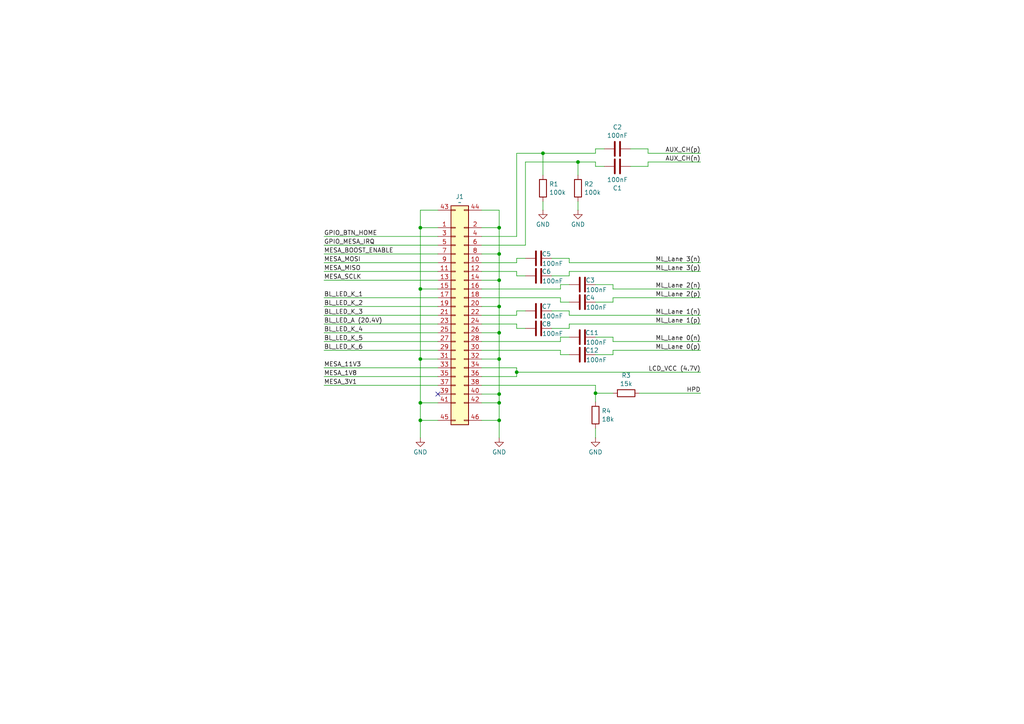
<source format=kicad_sch>
(kicad_sch (version 20231120) (generator "eeschema") (generator_version "8.0")
  (paper "A4")
  (lib_symbols
    (symbol "Device:C" (pin_numbers hide) (pin_names (offset 0.254))
      (property "Reference" "C" (at 0.635 2.54 0))
      (property "Value" "C" (at 0.635 -2.54 0))
      (symbol "C_0_1"
        (polyline (pts (xy -2.032 -0.762) (xy 2.032 -0.762)) (stroke (width 0.508)))
        (polyline (pts (xy -2.032 0.762) (xy 2.032 0.762)) (stroke (width 0.508)))
      )
      (symbol "C_1_1"
        (pin passive line (at 0 3.81 270) (length 2.794) (name "~") (number "1"))
        (pin passive line (at 0 -3.81 90) (length 2.794) (name "~") (number "2"))
      )
    )
    (symbol "Device:R" (pin_numbers hide) (pin_names (offset 0))
      (property "Reference" "R" (at 2.032 0 90))
      (property "Value" "R" (at 0 0 90))
      (symbol "R_0_1"
        (rectangle (start -1.016 -2.54) (end 1.016 2.54) (stroke (width 0.254)))
      )
      (symbol "R_1_1"
        (pin passive line (at 0 3.81 270) (length 1.27) (name "~") (number "1"))
        (pin passive line (at 0 -3.81 90) (length 1.27) (name "~") (number "2"))
      )
    )
    (symbol "power:GND" (power) (pin_numbers hide) (pin_names (offset 0) hide)
      (property "Value" "GND" (at 0 -3.81 0))
      (symbol "GND_0_1"
        (polyline (pts (xy 0 0) (xy 0 -1.27) (xy 1.27 -1.27) (xy 0 -2.54) (xy -1.27 -1.27) (xy 0 -1.27)))
      )
      (symbol "GND_1_1"
        (pin power_in line (at 0 0 270) (length 0) (name "~") (number "1"))
      )
    )
    (symbol "symbols:ipad4_mini_lcd_connector" (pin_names (offset 1.016) hide)
      (property "Reference" "J" (at 1.27 33.528 0))
      (property "Value" "ipad4 mini lcd connector" (at 1.27 -35.56 0))
      (symbol "ipad4_mini_lcd_connector_1_1"
        (rectangle (start -1.27 -30.353) (end 0 -30.607) (stroke (width 0.1524)))
        (rectangle (start -1.27 -25.273) (end 0 -25.527) (stroke (width 0.1524)))
        (rectangle (start -1.27 -22.733) (end 0 -22.987) (stroke (width 0.1524)))
        (rectangle (start -1.27 -20.193) (end 0 -20.447) (stroke (width 0.1524)))
        (rectangle (start -1.27 -17.653) (end 0 -17.907) (stroke (width 0.1524)))
        (rectangle (start -1.27 -15.113) (end 0 -15.367) (stroke (width 0.1524)))
        (rectangle (start -1.27 -12.573) (end 0 -12.827) (stroke (width 0.1524)))
        (rectangle (start -1.27 -10.033) (end 0 -10.287) (stroke (width 0.1524)))
        (rectangle (start -1.27 -7.493) (end 0 -7.747) (stroke (width 0.1524)))
        (rectangle (start -1.27 -4.953) (end 0 -5.207) (stroke (width 0.1524)))
        (rectangle (start -1.27 -2.413) (end 0 -2.667) (stroke (width 0.1524)))
        (rectangle (start -1.27 0.127) (end 0 -0.127) (stroke (width 0.1524)))
        (rectangle (start -1.27 2.667) (end 0 2.413) (stroke (width 0.1524)))
        (rectangle (start -1.27 5.207) (end 0 4.953) (stroke (width 0.1524)))
        (rectangle (start -1.27 7.747) (end 0 7.493) (stroke (width 0.1524)))
        (rectangle (start -1.27 10.287) (end 0 10.033) (stroke (width 0.1524)))
        (rectangle (start -1.27 12.827) (end 0 12.573) (stroke (width 0.1524)))
        (rectangle (start -1.27 15.367) (end 0 15.113) (stroke (width 0.1524)))
        (rectangle (start -1.27 17.907) (end 0 17.653) (stroke (width 0.1524)))
        (rectangle (start -1.27 20.447) (end 0 20.193) (stroke (width 0.1524)))
        (rectangle (start -1.27 22.987) (end 0 22.733) (stroke (width 0.1524)))
        (rectangle (start -1.27 25.527) (end 0 25.273) (stroke (width 0.1524)))
        (rectangle (start -1.27 30.607) (end 0 30.353) (stroke (width 0.1524)))
        (rectangle (start -1.27 31.75) (end 3.81 -31.75) (stroke (width 0.254)) (fill (type background)))
        (rectangle (start 3.81 -30.353) (end 2.54 -30.607) (stroke (width 0.1524)))
        (rectangle (start 3.81 -25.273) (end 2.54 -25.527) (stroke (width 0.1524)))
        (rectangle (start 3.81 -22.733) (end 2.54 -22.987) (stroke (width 0.1524)))
        (rectangle (start 3.81 -20.193) (end 2.54 -20.447) (stroke (width 0.1524)))
        (rectangle (start 3.81 -17.653) (end 2.54 -17.907) (stroke (width 0.1524)))
        (rectangle (start 3.81 -15.113) (end 2.54 -15.367) (stroke (width 0.1524)))
        (rectangle (start 3.81 -12.573) (end 2.54 -12.827) (stroke (width 0.1524)))
        (rectangle (start 3.81 -10.033) (end 2.54 -10.287) (stroke (width 0.1524)))
        (rectangle (start 3.81 -7.493) (end 2.54 -7.747) (stroke (width 0.1524)))
        (rectangle (start 3.81 -4.953) (end 2.54 -5.207) (stroke (width 0.1524)))
        (rectangle (start 3.81 -2.413) (end 2.54 -2.667) (stroke (width 0.1524)))
        (rectangle (start 3.81 0.127) (end 2.54 -0.127) (stroke (width 0.1524)))
        (rectangle (start 3.81 2.667) (end 2.54 2.413) (stroke (width 0.1524)))
        (rectangle (start 3.81 5.207) (end 2.54 4.953) (stroke (width 0.1524)))
        (rectangle (start 3.81 7.747) (end 2.54 7.493) (stroke (width 0.1524)))
        (rectangle (start 3.81 10.287) (end 2.54 10.033) (stroke (width 0.1524)))
        (rectangle (start 3.81 12.827) (end 2.54 12.573) (stroke (width 0.1524)))
        (rectangle (start 3.81 15.367) (end 2.54 15.113) (stroke (width 0.1524)))
        (rectangle (start 3.81 17.907) (end 2.54 17.653) (stroke (width 0.1524)))
        (rectangle (start 3.81 20.447) (end 2.54 20.193) (stroke (width 0.1524)))
        (rectangle (start 3.81 22.987) (end 2.54 22.733) (stroke (width 0.1524)))
        (rectangle (start 3.81 25.527) (end 2.54 25.273) (stroke (width 0.1524)))
        (rectangle (start 3.81 30.607) (end 2.54 30.353) (stroke (width 0.1524)))
        (pin passive line (at -5.08 25.4 0) (length 3.81) (name "Pin_1") (number "1"))
        (pin passive line (at 7.62 15.24 180) (length 3.81) (name "Pin_10") (number "10"))
        (pin passive line (at -5.08 12.7 0) (length 3.81) (name "Pin_11") (number "11"))
        (pin passive line (at 7.62 12.7 180) (length 3.81) (name "Pin_12") (number "12"))
        (pin passive line (at -5.08 10.16 0) (length 3.81) (name "Pin_13") (number "13"))
        (pin passive line (at 7.62 10.16 180) (length 3.81) (name "Pin_14") (number "14"))
        (pin passive line (at -5.08 7.62 0) (length 3.81) (name "Pin_15") (number "15"))
        (pin passive line (at 7.62 7.62 180) (length 3.81) (name "Pin_16") (number "16"))
        (pin passive line (at -5.08 5.08 0) (length 3.81) (name "Pin_17") (number "17"))
        (pin passive line (at 7.62 5.08 180) (length 3.81) (name "Pin_18") (number "18"))
        (pin passive line (at -5.08 2.54 0) (length 3.81) (name "Pin_19") (number "19"))
        (pin passive line (at 7.62 25.4 180) (length 3.81) (name "Pin_2") (number "2"))
        (pin passive line (at 7.62 2.54 180) (length 3.81) (name "Pin_20") (number "20"))
        (pin passive line (at -5.08 0 0) (length 3.81) (name "Pin_21") (number "21"))
        (pin passive line (at 7.62 0 180) (length 3.81) (name "Pin_22") (number "22"))
        (pin passive line (at -5.08 -2.54 0) (length 3.81) (name "Pin_23") (number "23"))
        (pin passive line (at 7.62 -2.54 180) (length 3.81) (name "Pin_24") (number "24"))
        (pin passive line (at -5.08 -5.08 0) (length 3.81) (name "Pin_25") (number "25"))
        (pin passive line (at 7.62 -5.08 180) (length 3.81) (name "Pin_26") (number "26"))
        (pin passive line (at -5.08 -7.62 0) (length 3.81) (name "Pin_27") (number "27"))
        (pin passive line (at 7.62 -7.62 180) (length 3.81) (name "Pin_28") (number "28"))
        (pin passive line (at -5.08 -10.16 0) (length 3.81) (name "Pin_29") (number "29"))
        (pin passive line (at -5.08 22.86 0) (length 3.81) (name "Pin_3") (number "3"))
        (pin passive line (at 7.62 -10.16 180) (length 3.81) (name "Pin_30") (number "30"))
        (pin passive line (at -5.08 -12.7 0) (length 3.81) (name "Pin_31") (number "31"))
        (pin passive line (at 7.62 -12.7 180) (length 3.81) (name "Pin_32") (number "32"))
        (pin passive line (at -5.08 -15.24 0) (length 3.81) (name "Pin_33") (number "33"))
        (pin passive line (at 7.62 -15.24 180) (length 3.81) (name "Pin_34") (number "34"))
        (pin passive line (at -5.08 -17.78 0) (length 3.81) (name "Pin_35") (number "35"))
        (pin passive line (at 7.62 -17.78 180) (length 3.81) (name "Pin_36") (number "36"))
        (pin passive line (at -5.08 -20.32 0) (length 3.81) (name "Pin_37") (number "37"))
        (pin passive line (at 7.62 -20.32 180) (length 3.81) (name "Pin_38") (number "38"))
        (pin passive line (at -5.08 -22.86 0) (length 3.81) (name "Pin_39") (number "39"))
        (pin passive line (at 7.62 22.86 180) (length 3.81) (name "Pin_4") (number "4"))
        (pin passive line (at 7.62 -22.86 180) (length 3.81) (name "Pin_40") (number "40"))
        (pin passive line (at -5.08 -25.4 0) (length 3.81) (name "Pin_41") (number "41"))
        (pin passive line (at 7.62 -25.4 180) (length 3.81) (name "Pin_42") (number "42"))
        (pin passive line (at -5.08 30.48 0) (length 3.81) (name "Pin_43") (number "43"))
        (pin passive line (at 7.62 30.48 180) (length 3.81) (name "Pin_44") (number "44"))
        (pin passive line (at -5.08 -30.48 0) (length 3.81) (name "Pin_45") (number "45"))
        (pin passive line (at 7.62 -30.48 180) (length 3.81) (name "Pin_46") (number "46"))
        (pin passive line (at -5.08 20.32 0) (length 3.81) (name "Pin_5") (number "5"))
        (pin passive line (at 7.62 20.32 180) (length 3.81) (name "Pin_6") (number "6"))
        (pin passive line (at -5.08 17.78 0) (length 3.81) (name "Pin_7") (number "7"))
        (pin passive line (at 7.62 17.78 180) (length 3.81) (name "Pin_8") (number "8"))
        (pin passive line (at -5.08 15.24 0) (length 3.81) (name "Pin_9") (number "9"))
      )
    )
  )
  (junction (at 144.78 121.92))
  (junction (at 121.92 104.14))
  (junction (at 121.92 121.92))
  (junction (at 121.92 83.82))
  (junction (at 144.78 88.9))
  (junction (at 144.78 81.28))
  (junction (at 121.92 66.04))
  (junction (at 144.78 96.52))
  (junction (at 157.48 44.45))
  (junction (at 121.92 116.84))
  (junction (at 144.78 104.14))
  (junction (at 144.78 66.04))
  (junction (at 144.78 114.3))
  (junction (at 167.64 46.99))
  (junction (at 149.86 107.95))
  (junction (at 144.78 73.66))
  (junction (at 172.72 114.046))
  (junction (at 144.78 116.84))
  (no_connect (at 127 114.3))
  (wire (pts (xy 144.78 88.9) (xy 144.78 81.28)))
  (wire (pts (xy 139.7 68.58) (xy 149.86 68.58)))
  (wire (pts (xy 165.1 93.98) (xy 165.1 95.25)))
  (wire (pts (xy 139.7 96.52) (xy 144.78 96.52)))
  (wire (pts (xy 162.56 97.79) (xy 165.1 97.79)))
  (wire (pts (xy 139.7 99.06) (xy 162.56 99.06)))
  (wire (pts (xy 139.7 116.84) (xy 144.78 116.84)))
  (wire (pts (xy 144.78 81.28) (xy 144.78 73.66)))
  (wire (pts (xy 93.98 88.9) (xy 127 88.9)))
  (wire (pts (xy 144.78 104.14) (xy 144.78 96.52)))
  (wire (pts (xy 162.56 101.6) (xy 139.7 101.6)))
  (wire (pts (xy 177.8 101.6) (xy 203.2 101.6)))
  (wire (pts (xy 160.02 95.25) (xy 165.1 95.25)))
  (wire (pts (xy 162.56 87.63) (xy 165.1 87.63)))
  (wire (pts (xy 139.7 76.2) (xy 149.86 76.2)))
  (wire (pts (xy 149.86 74.93) (xy 152.4 74.93)))
  (wire (pts (xy 165.1 78.74) (xy 165.1 80.01)))
  (wire (pts (xy 144.78 60.96) (xy 139.7 60.96)))
  (wire (pts (xy 139.7 111.76) (xy 172.72 111.76)))
  (wire (pts (xy 93.98 91.44) (xy 127 91.44)))
  (wire (pts (xy 152.4 71.12) (xy 139.7 71.12)))
  (wire (pts (xy 121.92 104.14) (xy 121.92 116.84)))
  (wire (pts (xy 149.86 107.95) (xy 149.86 109.22)))
  (wire (pts (xy 149.86 68.58) (xy 149.86 44.45)))
  (wire (pts (xy 149.86 76.2) (xy 149.86 74.93)))
  (wire (pts (xy 162.56 86.36) (xy 162.56 87.63)))
  (wire (pts (xy 162.56 102.87) (xy 162.56 101.6)))
  (wire (pts (xy 93.98 96.52) (xy 127 96.52)))
  (wire (pts (xy 93.98 109.22) (xy 127 109.22)))
  (wire (pts (xy 144.78 96.52) (xy 144.78 88.9)))
  (wire (pts (xy 121.92 104.14) (xy 127 104.14)))
  (wire (pts (xy 93.98 78.74) (xy 127 78.74)))
  (wire (pts (xy 165.1 93.98) (xy 203.2 93.98)))
  (wire (pts (xy 185.42 114.046) (xy 203.2 114.046)))
  (wire (pts (xy 172.72 87.63) (xy 177.8 87.63)))
  (wire (pts (xy 139.7 106.68) (xy 149.86 106.68)))
  (wire (pts (xy 144.78 127) (xy 144.78 121.92)))
  (wire (pts (xy 172.72 102.87) (xy 177.8 102.87)))
  (wire (pts (xy 182.88 48.26) (xy 187.96 48.26)))
  (wire (pts (xy 167.64 46.99) (xy 167.64 50.8)))
  (wire (pts (xy 187.96 48.26) (xy 187.96 46.99)))
  (wire (pts (xy 121.92 116.84) (xy 121.92 121.92)))
  (wire (pts (xy 152.4 46.99) (xy 152.4 71.12)))
  (wire (pts (xy 139.7 83.82) (xy 162.56 83.82)))
  (wire (pts (xy 121.92 121.92) (xy 121.92 127)))
  (wire (pts (xy 93.98 93.98) (xy 127 93.98)))
  (wire (pts (xy 165.1 102.87) (xy 162.56 102.87)))
  (wire (pts (xy 172.72 82.55) (xy 177.8 82.55)))
  (wire (pts (xy 157.48 44.45) (xy 157.48 50.8)))
  (wire (pts (xy 139.7 104.14) (xy 144.78 104.14)))
  (wire (pts (xy 172.72 43.18) (xy 175.26 43.18)))
  (wire (pts (xy 149.86 91.44) (xy 139.7 91.44)))
  (wire (pts (xy 172.72 44.45) (xy 172.72 43.18)))
  (wire (pts (xy 93.98 101.6) (xy 127 101.6)))
  (wire (pts (xy 149.86 107.95) (xy 203.2 107.95)))
  (wire (pts (xy 162.56 82.55) (xy 165.1 82.55)))
  (wire (pts (xy 177.8 86.36) (xy 203.2 86.36)))
  (wire (pts (xy 172.72 116.586) (xy 172.72 114.046)))
  (wire (pts (xy 149.86 106.68) (xy 149.86 107.95)))
  (wire (pts (xy 139.7 66.04) (xy 144.78 66.04)))
  (wire (pts (xy 93.98 81.28) (xy 127 81.28)))
  (wire (pts (xy 121.92 83.82) (xy 121.92 104.14)))
  (wire (pts (xy 182.88 43.18) (xy 187.96 43.18)))
  (wire (pts (xy 165.1 91.44) (xy 165.1 90.17)))
  (wire (pts (xy 144.78 66.04) (xy 144.78 60.96)))
  (wire (pts (xy 177.8 83.82) (xy 203.2 83.82)))
  (wire (pts (xy 162.56 83.82) (xy 162.56 82.55)))
  (wire (pts (xy 93.98 76.2) (xy 127 76.2)))
  (wire (pts (xy 167.64 46.99) (xy 152.4 46.99)))
  (wire (pts (xy 157.48 44.45) (xy 172.72 44.45)))
  (wire (pts (xy 177.8 83.82) (xy 177.8 82.55)))
  (wire (pts (xy 172.72 124.206) (xy 172.72 127)))
  (wire (pts (xy 167.64 58.42) (xy 167.64 60.96)))
  (wire (pts (xy 93.98 71.12) (xy 127 71.12)))
  (wire (pts (xy 127 60.96) (xy 121.92 60.96)))
  (wire (pts (xy 172.72 111.76) (xy 172.72 114.046)))
  (wire (pts (xy 139.7 114.3) (xy 144.78 114.3)))
  (wire (pts (xy 172.72 46.99) (xy 167.64 46.99)))
  (wire (pts (xy 121.92 66.04) (xy 121.92 83.82)))
  (wire (pts (xy 162.56 99.06) (xy 162.56 97.79)))
  (wire (pts (xy 149.86 44.45) (xy 157.48 44.45)))
  (wire (pts (xy 187.96 46.99) (xy 203.2 46.99)))
  (wire (pts (xy 160.02 80.01) (xy 165.1 80.01)))
  (wire (pts (xy 149.86 109.22) (xy 139.7 109.22)))
  (wire (pts (xy 149.86 95.25) (xy 152.4 95.25)))
  (wire (pts (xy 121.92 116.84) (xy 127 116.84)))
  (wire (pts (xy 144.78 121.92) (xy 139.7 121.92)))
  (wire (pts (xy 177.8 99.06) (xy 203.2 99.06)))
  (wire (pts (xy 144.78 73.66) (xy 144.78 66.04)))
  (wire (pts (xy 172.72 97.79) (xy 177.8 97.79)))
  (wire (pts (xy 144.78 121.92) (xy 144.78 116.84)))
  (wire (pts (xy 149.86 78.74) (xy 149.86 80.01)))
  (wire (pts (xy 172.72 48.26) (xy 175.26 48.26)))
  (wire (pts (xy 160.02 90.17) (xy 165.1 90.17)))
  (wire (pts (xy 157.48 58.42) (xy 157.48 60.96)))
  (wire (pts (xy 93.98 106.68) (xy 127 106.68)))
  (wire (pts (xy 165.1 76.2) (xy 165.1 74.93)))
  (wire (pts (xy 152.4 90.17) (xy 149.86 90.17)))
  (wire (pts (xy 187.96 43.18) (xy 187.96 44.45)))
  (wire (pts (xy 165.1 91.44) (xy 203.2 91.44)))
  (wire (pts (xy 93.98 73.66) (xy 127 73.66)))
  (wire (pts (xy 177.8 99.06) (xy 177.8 97.79)))
  (wire (pts (xy 139.7 86.36) (xy 162.56 86.36)))
  (wire (pts (xy 139.7 73.66) (xy 144.78 73.66)))
  (wire (pts (xy 177.8 87.63) (xy 177.8 86.36)))
  (wire (pts (xy 144.78 116.84) (xy 144.78 114.3)))
  (wire (pts (xy 149.86 80.01) (xy 152.4 80.01)))
  (wire (pts (xy 187.96 44.45) (xy 203.2 44.45)))
  (wire (pts (xy 149.86 93.98) (xy 149.86 95.25)))
  (wire (pts (xy 160.02 74.93) (xy 165.1 74.93)))
  (wire (pts (xy 165.1 78.74) (xy 203.2 78.74)))
  (wire (pts (xy 149.86 90.17) (xy 149.86 91.44)))
  (wire (pts (xy 144.78 114.3) (xy 144.78 104.14)))
  (wire (pts (xy 93.98 86.36) (xy 127 86.36)))
  (wire (pts (xy 172.72 114.046) (xy 177.8 114.046)))
  (wire (pts (xy 139.7 81.28) (xy 144.78 81.28)))
  (wire (pts (xy 165.1 76.2) (xy 203.2 76.2)))
  (wire (pts (xy 121.92 83.82) (xy 127 83.82)))
  (wire (pts (xy 121.92 60.96) (xy 121.92 66.04)))
  (wire (pts (xy 172.72 46.99) (xy 172.72 48.26)))
  (wire (pts (xy 121.92 121.92) (xy 127 121.92)))
  (wire (pts (xy 93.98 68.58) (xy 127 68.58)))
  (wire (pts (xy 93.98 99.06) (xy 127 99.06)))
  (wire (pts (xy 121.92 66.04) (xy 127 66.04)))
  (wire (pts (xy 93.98 111.76) (xy 127 111.76)))
  (wire (pts (xy 139.7 78.74) (xy 149.86 78.74)))
  (wire (pts (xy 149.86 93.98) (xy 139.7 93.98)))
  (wire (pts (xy 177.8 102.87) (xy 177.8 101.6)))
  (wire (pts (xy 139.7 88.9) (xy 144.78 88.9)))
  (label "BL_LED_K_4" (at 93.98 96.52 0))
  (label "BL_LED_K_6" (at 93.98 101.6 0))
  (label "ML_Lane 1(p)" (at 203.2 93.98 180))
  (label "GPIO_MESA_IRQ" (at 93.98 71.12 0))
  (label "MESA_1V8" (at 93.98 109.22 0))
  (label "GPIO_BTN_HOME" (at 93.98 68.58 0))
  (label "ML_Lane 2(n)" (at 203.2 83.82 180))
  (label "ML_Lane 3(p)" (at 203.2 78.74 180))
  (label "AUX_CH(n)" (at 203.2 46.99 180))
  (label "ML_Lane 0(n)" (at 203.2 99.06 180))
  (label "MESA_SCLK" (at 93.98 81.28 0))
  (label "LCD_VCC (4.7V)" (at 203.2 107.95 180))
  (label "MESA_3V1" (at 93.98 111.76 0))
  (label "BL_LED_A (20.4V)" (at 93.98 93.98 0))
  (label "ML_Lane 3(n)" (at 203.2 76.2 180))
  (label "BL_LED_K_1" (at 93.98 86.36 0))
  (label "MESA_MOSI" (at 93.98 76.2 0))
  (label "ML_Lane 1(n)" (at 203.2 91.44 180))
  (label "ML_Lane 2(p)" (at 203.2 86.36 180))
  (label "MESA_BOOST_ENABLE" (at 93.98 73.66 0))
  (label "BL_LED_K_2" (at 93.98 88.9 0))
  (label "HPD" (at 203.2 114.046 180))
  (label "BL_LED_K_3" (at 93.98 91.44 0))
  (label "ML_Lane 0(p)" (at 203.2 101.6 180))
  (label "MESA_MISO" (at 93.98 78.74 0))
  (label "MESA_11V3" (at 93.98 106.68 0))
  (label "BL_LED_K_5" (at 93.98 99.06 0))
  (label "AUX_CH(p)" (at 203.2 44.45 180))
  (symbol (lib_id "Device:C") (at 156.21 80.01 270) (mirror x) (unit 1)
    (property "Reference" "C6" (at 158.496 78.74 90))
    (property "Value" "100nF" (at 160.274 81.534 90))
    (property "Description" "Unpolarized capacitor" (effects (hide yes)))
  )
  (symbol (lib_id "power:GND") (at 121.92 127 0) (unit 1)
    (property "Reference" "#PWR01" (effects (hide yes)))
    (property "Value" "GND" (at 121.92 131.1331 0))
    (property "Description" "Power symbol creates a global label with name \"GND\" , ground" (effects (hide yes)))
  )
  (symbol (lib_id "Device:C") (at 168.91 97.79 270) (unit 1)
    (property "Reference" "C11" (at 171.704 96.52 90))
    (property "Value" "100nF" (at 172.974 99.314 90))
    (property "Description" "Unpolarized capacitor" (effects (hide yes)))
  )
  (symbol (lib_id "power:GND") (at 157.48 60.96 0) (unit 1)
    (property "Reference" "#PWR03" (effects (hide yes)))
    (property "Value" "GND" (at 157.48 65.0931 0))
    (property "Description" "Power symbol creates a global label with name \"GND\" , ground" (effects (hide yes)))
  )
  (symbol (lib_id "power:GND") (at 144.78 127 0) (unit 1)
    (property "Reference" "#PWR02" (effects (hide yes)))
    (property "Value" "GND" (at 144.78 131.1331 0))
    (property "Description" "Power symbol creates a global label with name \"GND\" , ground" (effects (hide yes)))
  )
  (symbol (lib_id "symbols:ipad4_mini_lcd_connector") (at 132.08 91.44 0) (unit 1)
    (property "Reference" "J1" (at 133.35 57.0315 0))
    (property "Value" "~" (at 133.35 58.7129 0))
    (property "Description" "Generic connector, double row, 02x21, odd/even pin numbering scheme (row 1 odd numbers, row 2 even numbers), script generated (kicad-library-utils/schlib/autogen/connector/)" (effects (hide yes)))
  )
  (symbol (lib_id "Device:R") (at 167.64 54.61 0) (unit 1)
    (property "Reference" "R2" (at 169.418 53.3978 0) (effects (justify left)))
    (property "Value" "100k" (at 169.418 55.8221 0) (effects (justify left)))
    (property "Description" "Resistor" (effects (hide yes)))
  )
  (symbol (lib_id "Device:C") (at 156.21 74.93 270) (unit 1)
    (property "Reference" "C5" (at 158.496 73.66 90))
    (property "Value" "100nF" (at 160.274 76.454 90))
    (property "Description" "Unpolarized capacitor" (effects (hide yes)))
  )
  (symbol (lib_id "Device:C") (at 156.21 95.25 270) (mirror x) (unit 1)
    (property "Reference" "C8" (at 158.496 93.98 90))
    (property "Value" "100nF" (at 160.274 96.774 90))
    (property "Description" "Unpolarized capacitor" (effects (hide yes)))
  )
  (symbol (lib_id "Device:C") (at 168.91 102.87 270) (mirror x) (unit 1)
    (property "Reference" "C12" (at 171.704 101.6 90))
    (property "Value" "100nF" (at 172.974 104.394 90))
    (property "Description" "Unpolarized capacitor" (effects (hide yes)))
  )
  (symbol (lib_id "Device:R") (at 157.48 54.61 0) (unit 1)
    (property "Reference" "R1" (at 159.258 53.3978 0) (effects (justify left)))
    (property "Value" "100k" (at 159.258 55.8221 0) (effects (justify left)))
    (property "Description" "Resistor" (effects (hide yes)))
  )
  (symbol (lib_id "Device:R") (at 181.61 114.046 270) (unit 1)
    (property "Reference" "R3" (at 181.61 108.8855 90))
    (property "Value" "15k" (at 181.61 111.3098 90))
    (property "Description" "Resistor" (effects (hide yes)))
  )
  (symbol (lib_id "Device:C") (at 179.07 43.18 270) (unit 1)
    (property "Reference" "C2" (at 179.07 36.8765 90))
    (property "Value" "100nF" (at 179.07 39.3008 90))
    (property "Description" "Unpolarized capacitor" (effects (hide yes)))
  )
  (symbol (lib_id "power:GND") (at 172.72 127 0) (unit 1)
    (property "Reference" "#PWR05" (effects (hide yes)))
    (property "Value" "GND" (at 172.72 131.1331 0))
    (property "Description" "Power symbol creates a global label with name \"GND\" , ground" (effects (hide yes)))
  )
  (symbol (lib_id "Device:C") (at 156.21 90.17 270) (unit 1)
    (property "Reference" "C7" (at 158.496 88.9 90))
    (property "Value" "100nF" (at 160.274 91.694 90))
    (property "Description" "Unpolarized capacitor" (effects (hide yes)))
  )
  (symbol (lib_id "Device:C") (at 168.91 82.55 270) (unit 1)
    (property "Reference" "C3" (at 171.196 81.28 90))
    (property "Value" "100nF" (at 172.974 84.074 90))
    (property "Description" "Unpolarized capacitor" (effects (hide yes)))
  )
  (symbol (lib_id "power:GND") (at 167.64 60.96 0) (unit 1)
    (property "Reference" "#PWR04" (effects (hide yes)))
    (property "Value" "GND" (at 167.64 65.0931 0))
    (property "Description" "Power symbol creates a global label with name \"GND\" , ground" (effects (hide yes)))
  )
  (symbol (lib_id "Device:C") (at 168.91 87.63 270) (mirror x) (unit 1)
    (property "Reference" "C4" (at 171.196 86.36 90))
    (property "Value" "100nF" (at 172.974 89.154 90))
    (property "Description" "Unpolarized capacitor" (effects (hide yes)))
  )
  (symbol (lib_id "Device:R") (at 172.72 120.396 0) (unit 1)
    (property "Reference" "R4" (at 174.498 119.1838 0) (effects (justify left)))
    (property "Value" "18k" (at 174.498 121.6081 0) (effects (justify left)))
    (property "Description" "Resistor" (effects (hide yes)))
  )
  (symbol (lib_id "Device:C") (at 179.07 48.26 270) (mirror x) (unit 1)
    (property "Reference" "C1" (at 179.07 54.5635 90))
    (property "Value" "100nF" (at 179.07 52.1392 90))
    (property "Description" "Unpolarized capacitor" (effects (hide yes)))
  )
)
</source>
